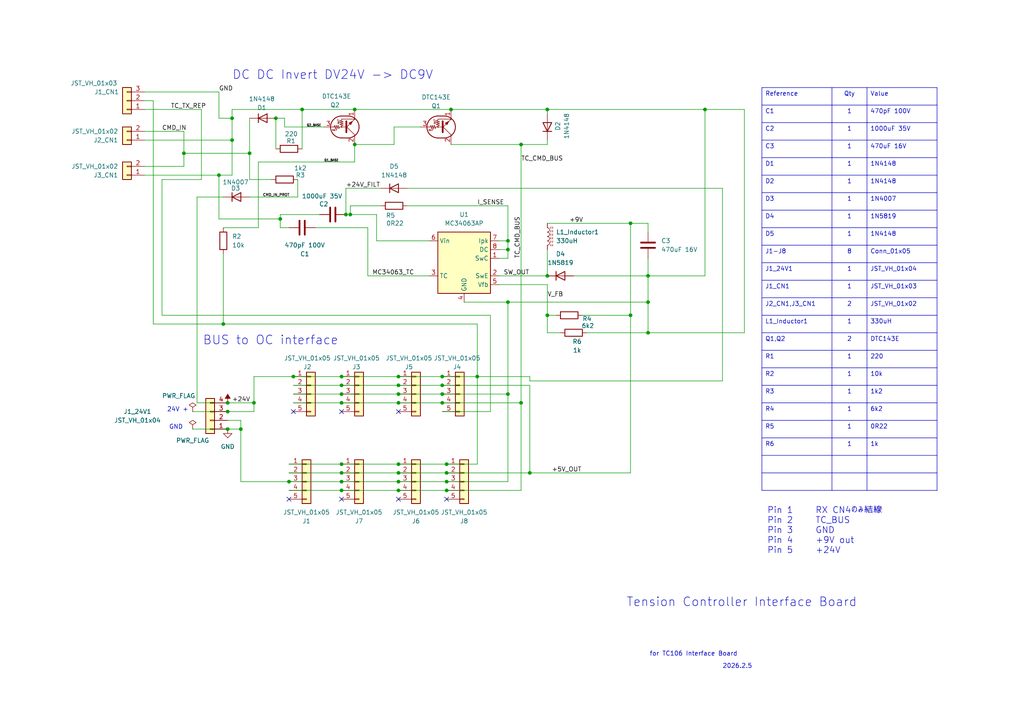
<source format=kicad_sch>
(kicad_sch (version 20250114) (generator "eeschema") (generator_version "9.0")
  (paper "A4")
  (lib_symbols
    (symbol "Connector_Generic:Conn_01x02" (pin_names (offset 1.016) (hide yes))
      (property "Reference" "J" (at 0 2.54 0))
      (property "Value" "Conn_01x02" (at 0 -5.08 0))
      (symbol "Conn_01x02_1_1"
        (rectangle (start -1.27 1.27) (end 1.27 -3.81) (stroke (width 0.254)) (fill (type background)))
        (rectangle (start -1.27 0.127) (end 0 -0.127) (stroke (width 0.1524)))
        (rectangle (start -1.27 -2.413) (end 0 -2.667) (stroke (width 0.1524)))
        (pin passive line (at -5.08 0 0) (length 3.81) (name "Pin_1") (number "1"))
        (pin passive line (at -5.08 -2.54 0) (length 3.81) (name "Pin_2") (number "2"))
      )
    )
    (symbol "Connector_Generic:Conn_01x03" (pin_names (offset 1.016) (hide yes))
      (property "Reference" "J" (at 0 5.08 0))
      (property "Value" "Conn_01x03" (at 0 -5.08 0))
      (symbol "Conn_01x03_1_1"
        (rectangle (start -1.27 3.81) (end 1.27 -3.81) (stroke (width 0.254)) (fill (type background)))
        (rectangle (start -1.27 2.667) (end 0 2.413) (stroke (width 0.1524)))
        (rectangle (start -1.27 0.127) (end 0 -0.127) (stroke (width 0.1524)))
        (rectangle (start -1.27 -2.413) (end 0 -2.667) (stroke (width 0.1524)))
        (pin passive line (at -5.08 2.54 0) (length 3.81) (name "Pin_1") (number "1"))
        (pin passive line (at -5.08 0 0) (length 3.81) (name "Pin_2") (number "2"))
        (pin passive line (at -5.08 -2.54 0) (length 3.81) (name "Pin_3") (number "3"))
      )
    )
    (symbol "Connector_Generic:Conn_01x04" (pin_names (offset 1.016) (hide yes))
      (property "Reference" "J" (at 0 5.08 0))
      (property "Value" "Conn_01x04" (at 0 -7.62 0))
      (symbol "Conn_01x04_1_1"
        (rectangle (start -1.27 3.81) (end 1.27 -6.35) (stroke (width 0.254)) (fill (type background)))
        (rectangle (start -1.27 2.667) (end 0 2.413) (stroke (width 0.1524)))
        (rectangle (start -1.27 0.127) (end 0 -0.127) (stroke (width 0.1524)))
        (rectangle (start -1.27 -2.413) (end 0 -2.667) (stroke (width 0.1524)))
        (rectangle (start -1.27 -4.953) (end 0 -5.207) (stroke (width 0.1524)))
        (pin passive line (at -5.08 2.54 0) (length 3.81) (name "Pin_1") (number "1"))
        (pin passive line (at -5.08 0 0) (length 3.81) (name "Pin_2") (number "2"))
        (pin passive line (at -5.08 -2.54 0) (length 3.81) (name "Pin_3") (number "3"))
        (pin passive line (at -5.08 -5.08 0) (length 3.81) (name "Pin_4") (number "4"))
      )
    )
    (symbol "Connector_Generic:Conn_01x05" (pin_names (offset 1.016) (hide yes))
      (property "Reference" "J" (at 0 7.62 0))
      (property "Value" "Conn_01x05" (at 0 -7.62 0))
      (symbol "Conn_01x05_1_1"
        (rectangle (start -1.27 6.35) (end 1.27 -6.35) (stroke (width 0.254)) (fill (type background)))
        (rectangle (start -1.27 5.207) (end 0 4.953) (stroke (width 0.1524)))
        (rectangle (start -1.27 2.667) (end 0 2.413) (stroke (width 0.1524)))
        (rectangle (start -1.27 0.127) (end 0 -0.127) (stroke (width 0.1524)))
        (rectangle (start -1.27 -2.413) (end 0 -2.667) (stroke (width 0.1524)))
        (rectangle (start -1.27 -4.953) (end 0 -5.207) (stroke (width 0.1524)))
        (pin passive line (at -5.08 5.08 0) (length 3.81) (name "Pin_1") (number "1"))
        (pin passive line (at -5.08 2.54 0) (length 3.81) (name "Pin_2") (number "2"))
        (pin passive line (at -5.08 0 0) (length 3.81) (name "Pin_3") (number "3"))
        (pin passive line (at -5.08 -2.54 0) (length 3.81) (name "Pin_4") (number "4"))
        (pin passive line (at -5.08 -5.08 0) (length 3.81) (name "Pin_5") (number "5"))
      )
    )
    (symbol "DTC143E_1" (pin_names (offset 0) (hide yes))
      (property "Reference" "Q1" (at -1.778 -6.35 0))
      (property "Value" "DTC143E" (at 1.524 -8.89 0))
      (symbol "DTC143E_1_0_0"
        (text "4k7" (at -3.302 0.889 0) (effects (font (size 0.508 0.508))))
        (text "4k7" (at -2.159 -1.524 900) (effects (font (size 0.508 0.508))))
      )
      (symbol "DTC143E_1_0_1"
        (polyline (pts (xy -3.429 0) (xy -3.81 0)))
        (polyline (pts (xy -1.27 3.175) (xy 0.635 3.175)) (stroke (width 0.254)))
        (circle (center -1.27 0) (radius 0.127))
        (polyline (pts (xy -1.27 0) (xy -1.27 -0.381) (xy -0.762 -0.508) (xy -1.778 -0.762) (xy -0.762 -1.016) (xy -1.778 -1.27) (xy -0.762 -1.524) (xy -1.778 -1.778) (xy -1.27 -1.905) (xy -1.27 -2.286) (xy 2.54 -2.286)))
        (polyline (pts (xy -1.27 -3.175) (xy 0.635 -3.175)) (stroke (width 0.254)))
        (arc (start -1.27 -3.175) (mid -4.4312 0) (end -1.27 3.175) (stroke (width 0.254)))
        (polyline (pts (xy 0 0) (xy -1.905 0) (xy -2.032 0.508) (xy -2.286 -0.508) (xy -2.54 0.508) (xy -2.794 -0.508) (xy -3.048 0.508) (xy -3.302 -0.508) (xy -3.429 0)))
        (polyline (pts (xy 0 -0.254) (xy 2.54 2.286)))
        (polyline (pts (xy 0.127 1.524) (xy 0.127 -1.651)) (stroke (width 0.508)) (fill (type outline)))
        (arc (start 0.635 3.175) (mid 3.7962 0) (end 0.635 -3.175) (stroke (width 0.254)))
        (polyline (pts (xy 0.889 -1.143) (xy 1.397 -0.635) (xy 1.905 -1.651) (xy 0.889 -1.143)) (fill (type outline)))
        (polyline (pts (xy 2.54 2.286) (xy 2.54 2.54)))
        (polyline (pts (xy 2.54 -2.286) (xy 0 0.254) (xy 0 0.254)))
        (circle (center 2.54 -2.286) (radius 0.127))
      )
      (symbol "DTC143E_1_1_1"
        (pin input line (at -6.35 0 0) (length 2.54) (name "B") (number "3"))
        (pin passive line (at 2.54 5.08 270) (length 2.54) (name "C") (number "2"))
        (pin passive line (at 2.54 -5.08 90) (length 2.54) (name "E") (number "1"))
      )
    )
    (symbol "Device:C" (pin_numbers (hide yes)) (pin_names (offset 0.254))
      (property "Reference" "C" (at 0.635 2.54 0))
      (property "Value" "C" (at 0.635 -2.54 0))
      (symbol "C_0_1"
        (polyline (pts (xy -2.032 0.762) (xy 2.032 0.762)) (stroke (width 0.508)))
        (polyline (pts (xy -2.032 -0.762) (xy 2.032 -0.762)) (stroke (width 0.508)))
      )
      (symbol "C_1_1"
        (pin passive line (at 0 3.81 270) (length 2.794) (name "~") (number "1"))
        (pin passive line (at 0 -3.81 90) (length 2.794) (name "~") (number "2"))
      )
    )
    (symbol "Device:D" (pin_numbers (hide yes)) (pin_names (offset 1.016) (hide yes))
      (property "Reference" "D" (at 0 2.54 0))
      (property "Value" "D" (at 0 -2.54 0))
      (symbol "D_0_1"
        (polyline (pts (xy -1.27 1.27) (xy -1.27 -1.27)) (stroke (width 0.254)))
        (polyline (pts (xy 1.27 1.27) (xy 1.27 -1.27) (xy -1.27 0) (xy 1.27 1.27)) (stroke (width 0.254)))
        (polyline (pts (xy 1.27 0) (xy -1.27 0)))
      )
      (symbol "D_1_1"
        (pin passive line (at -3.81 0 0) (length 2.54) (name "K") (number "1"))
        (pin passive line (at 3.81 0 180) (length 2.54) (name "A") (number "2"))
      )
    )
    (symbol "Device:L_Ferrite" (pin_numbers (hide yes)) (pin_names (offset 1.016) (hide yes))
      (property "Reference" "L" (at -1.27 0 90))
      (property "Value" "L_Ferrite" (at 2.794 0 90))
      (symbol "L_Ferrite_0_1"
        (arc (start 0 2.54) (mid 0.6323 1.905) (end 0 1.27))
        (arc (start 0 1.27) (mid 0.6323 0.635) (end 0 0))
        (arc (start 0 0) (mid 0.6323 -0.635) (end 0 -1.27))
        (arc (start 0 -1.27) (mid 0.6323 -1.905) (end 0 -2.54))
        (polyline (pts (xy 1.016 2.286) (xy 1.016 2.794)))
        (polyline (pts (xy 1.016 1.27) (xy 1.016 1.778)))
        (polyline (pts (xy 1.016 0.254) (xy 1.016 0.762)))
        (polyline (pts (xy 1.016 -0.762) (xy 1.016 -0.254)))
        (polyline (pts (xy 1.016 -1.778) (xy 1.016 -1.27)))
        (polyline (pts (xy 1.016 -2.794) (xy 1.016 -2.286)))
        (polyline (pts (xy 1.524 2.794) (xy 1.524 2.286)))
        (polyline (pts (xy 1.524 1.778) (xy 1.524 1.27)))
        (polyline (pts (xy 1.524 0.762) (xy 1.524 0.254)))
        (polyline (pts (xy 1.524 -0.254) (xy 1.524 -0.762)))
        (polyline (pts (xy 1.524 -1.27) (xy 1.524 -1.778)))
        (polyline (pts (xy 1.524 -2.286) (xy 1.524 -2.794)))
      )
      (symbol "L_Ferrite_1_1"
        (pin passive line (at 0 3.81 270) (length 1.27) (name "1") (number "1"))
        (pin passive line (at 0 -3.81 90) (length 1.27) (name "2") (number "2"))
      )
    )
    (symbol "Device:R" (pin_numbers (hide yes)) (pin_names (offset 0))
      (property "Reference" "R" (at 2.032 0 90))
      (property "Value" "R" (at 0 0 90))
      (symbol "R_0_1"
        (rectangle (start -1.016 -2.54) (end 1.016 2.54) (stroke (width 0.254)))
      )
      (symbol "R_1_1"
        (pin passive line (at 0 3.81 270) (length 1.27) (name "~") (number "1"))
        (pin passive line (at 0 -3.81 90) (length 1.27) (name "~") (number "2"))
      )
    )
    (symbol "Regulator_Switching:MC34063AP"
      (property "Reference" "U" (at -7.62 8.89 0))
      (property "Value" "MC34063AP" (at 0 8.89 0))
      (symbol "MC34063AP_0_1"
        (rectangle (start -7.62 7.62) (end 7.62 -10.16) (stroke (width 0.254)) (fill (type background)))
      )
      (symbol "MC34063AP_1_1"
        (pin power_in line (at -10.16 5.08 0) (length 2.54) (name "Vin") (number "6"))
        (pin passive line (at -10.16 -5.08 0) (length 2.54) (name "TC") (number "3"))
        (pin power_in line (at 0 -12.7 90) (length 2.54) (name "GND") (number "4"))
        (pin input line (at 10.16 5.08 180) (length 2.54) (name "Ipk") (number "7"))
        (pin open_collector line (at 10.16 2.54 180) (length 2.54) (name "DC") (number "8"))
        (pin open_collector line (at 10.16 0 180) (length 2.54) (name "SwC") (number "1"))
        (pin open_emitter line (at 10.16 -5.08 180) (length 2.54) (name "SwE") (number "2"))
        (pin input line (at 10.16 -7.62 180) (length 2.54) (name "Vfb") (number "5"))
      )
    )
    (symbol "Transistor_BJT:DTC143E" (pin_names (offset 0) (hide yes))
      (property "Reference" "Q2" (at -1.778 -6.096 0))
      (property "Value" "DTC143E" (at -1.778 -8.636 0))
      (symbol "DTC143E_0_0"
        (text "4k7" (at -3.302 0.889 0) (effects (font (size 0.508 0.508))))
        (text "4k7" (at -2.159 -1.524 900) (effects (font (size 0.508 0.508))))
      )
      (symbol "DTC143E_0_1"
        (polyline (pts (xy -3.429 0) (xy -3.81 0)))
        (polyline (pts (xy -1.27 3.175) (xy 0.635 3.175)) (stroke (width 0.254)))
        (circle (center -1.27 0) (radius 0.127))
        (polyline (pts (xy -1.27 0) (xy -1.27 -0.381) (xy -0.762 -0.508) (xy -1.778 -0.762) (xy -0.762 -1.016) (xy -1.778 -1.27) (xy -0.762 -1.524) (xy -1.778 -1.778) (xy -1.27 -1.905) (xy -1.27 -2.286) (xy 2.54 -2.286)))
        (polyline (pts (xy -1.27 -3.175) (xy 0.635 -3.175)) (stroke (width 0.254)))
        (arc (start -1.27 -3.175) (mid -4.4312 0) (end -1.27 3.175) (stroke (width 0.254)))
        (polyline (pts (xy 0 0) (xy -1.905 0) (xy -2.032 0.508) (xy -2.286 -0.508) (xy -2.54 0.508) (xy -2.794 -0.508) (xy -3.048 0.508) (xy -3.302 -0.508) (xy -3.429 0)))
        (polyline (pts (xy 0 -0.254) (xy 2.54 2.286)))
        (polyline (pts (xy 0.127 1.524) (xy 0.127 -1.651)) (stroke (width 0.508)) (fill (type outline)))
        (arc (start 0.635 3.175) (mid 3.7962 0) (end 0.635 -3.175) (stroke (width 0.254)))
        (polyline (pts (xy 0.889 -1.143) (xy 1.397 -0.635) (xy 1.905 -1.651) (xy 0.889 -1.143)) (fill (type outline)))
        (polyline (pts (xy 2.54 2.286) (xy 2.54 2.54)))
        (polyline (pts (xy 2.54 -2.286) (xy 0 0.254) (xy 0 0.254)))
        (circle (center 2.54 -2.286) (radius 0.127))
      )
      (symbol "DTC143E_1_1"
        (pin input line (at -6.35 0 0) (length 2.54) (name "B") (number "3"))
        (pin passive line (at 2.54 5.08 270) (length 2.54) (name "C") (number "2"))
        (pin passive line (at 2.54 -5.08 90) (length 2.54) (name "E") (number "1"))
      )
    )
    (symbol "power:-24V" (power) (pin_numbers (hide yes)) (pin_names (offset 0) (hide yes))
      (property "Value" "-24V" (at 0 3.556 0))
      (symbol "-24V_0_0"
        (pin power_in line (at 0 0 90) (length 0) (name "~") (number "1"))
      )
      (symbol "-24V_0_1"
        (polyline (pts (xy 0 0) (xy 0 1.27) (xy 0.762 1.27) (xy 0 2.54) (xy -0.762 1.27) (xy 0 1.27)) (fill (type outline)))
      )
    )
    (symbol "power:GND" (power) (pin_numbers (hide yes)) (pin_names (offset 0) (hide yes))
      (property "Value" "GND" (at 0 -3.81 0))
      (symbol "GND_0_1"
        (polyline (pts (xy 0 0) (xy 0 -1.27) (xy 1.27 -1.27) (xy 0 -2.54) (xy -1.27 -1.27) (xy 0 -1.27)))
      )
      (symbol "GND_1_1"
        (pin power_in line (at 0 0 270) (length 0) (name "~") (number "1"))
      )
    )
    (symbol "power:PWR_FLAG" (power) (pin_numbers (hide yes)) (pin_names (offset 0) (hide yes))
      (property "Value" "PWR_FLAG" (at 0 3.81 0))
      (symbol "PWR_FLAG_0_0"
        (pin power_out line (at 0 0 90) (length 0) (name "~") (number "1"))
      )
      (symbol "PWR_FLAG_0_1"
        (polyline (pts (xy 0 0) (xy 0 1.27) (xy -1.016 1.905) (xy 0 2.54) (xy 1.016 1.905) (xy 0 1.27)))
      )
    )
  )
  (text "Pin 1	RX CN4のみ結線\nPin 2	TC_BUS\nPin 3	GND\nPin 4	+9V out	\nPin 5	+24V" (at 222.504 153.924 0) (effects (font (size 1.8 1.8)) (justify left)))
  (text "24V +" (at 51.562 118.872 0) (effects (font (size 1.27 1.27))))
  (text "GND" (at 51.054 123.952 0) (effects (font (size 1.27 1.27))))
  (text "Tension Controller Interface Board" (at 215.138 174.752 0) (effects (font (size 2.54 2.54))))
  (text "for TC106 Interface Board" (at 201.168 189.738 0) (effects (font (size 1.27 1.27))))
  (text "BUS to OC interface" (at 78.486 98.806 0) (effects (font (size 2.54 2.54))))
  (text "DC DC Invert DV24V -> DC9V" (at 96.52 21.844 0) (effects (font (size 2.54 2.54))))
  (text "2026.2.5" (at 213.868 193.294 0) (effects (font (size 1.27 1.27))))
  (junction (at 128.27 114.3))
  (junction (at 99.06 116.84))
  (junction (at 81.28 63.5))
  (junction (at 130.81 31.75))
  (junction (at 115.57 111.76))
  (junction (at 158.75 91.44))
  (junction (at 129.54 137.16))
  (junction (at 115.57 139.7))
  (junction (at 147.32 87.63))
  (junction (at 147.32 72.39))
  (junction (at 85.09 109.22))
  (junction (at 147.32 114.3))
  (junction (at 128.27 116.84))
  (junction (at 151.13 41.91))
  (junction (at 53.34 44.45))
  (junction (at 80.01 34.29))
  (junction (at 182.88 91.44))
  (junction (at 187.96 87.63))
  (junction (at 101.6 62.23))
  (junction (at 99.06 111.76))
  (junction (at 158.75 80.01))
  (junction (at 153.67 137.16))
  (junction (at 115.57 142.24))
  (junction (at 67.31 34.29))
  (junction (at 158.75 31.75))
  (junction (at 69.85 124.46))
  (junction (at 115.57 114.3))
  (junction (at 115.57 109.22))
  (junction (at 138.43 109.22))
  (junction (at 115.57 137.16))
  (junction (at 102.87 41.91))
  (junction (at 129.54 139.7))
  (junction (at 102.87 31.75))
  (junction (at 187.96 80.01))
  (junction (at 187.96 96.52))
  (junction (at 147.32 69.85))
  (junction (at 72.39 44.45))
  (junction (at 99.06 109.22))
  (junction (at 64.77 93.98))
  (junction (at 66.04 119.38))
  (junction (at 67.31 40.64))
  (junction (at 128.27 109.22))
  (junction (at 63.5 50.8))
  (junction (at 66.04 116.84))
  (junction (at 99.06 142.24))
  (junction (at 87.63 31.75))
  (junction (at 129.54 142.24))
  (junction (at 99.06 134.62))
  (junction (at 100.33 62.23))
  (junction (at 182.88 64.77))
  (junction (at 99.06 137.16))
  (junction (at 66.04 124.46))
  (junction (at 99.06 139.7))
  (junction (at 128.27 111.76))
  (junction (at 129.54 134.62))
  (junction (at 151.13 116.84))
  (junction (at 115.57 134.62))
  (junction (at 83.82 139.7))
  (junction (at 204.47 31.75))
  (junction (at 115.57 116.84))
  (junction (at 99.06 114.3))
  (junction (at 73.66 116.84))
  (no_connect (at 83.82 144.78))
  (no_connect (at 129.54 144.78))
  (no_connect (at 115.57 119.38))
  (no_connect (at 85.09 119.38))
  (no_connect (at 99.06 144.78))
  (no_connect (at 99.06 119.38))
  (no_connect (at 115.57 144.78))
  (wire (pts (xy 109.22 69.85) (xy 109.22 62.23)))
  (wire (pts (xy 57.15 57.15) (xy 64.77 57.15)))
  (wire (pts (xy 99.06 142.24) (xy 115.57 142.24)))
  (wire (pts (xy 66.04 116.84) (xy 57.15 116.84)))
  (wire (pts (xy 153.67 110.49) (xy 209.55 110.49)))
  (wire (pts (xy 101.6 59.69) (xy 101.6 62.23)))
  (wire (pts (xy 129.54 137.16) (xy 153.67 137.16)))
  (wire (pts (xy 69.85 121.92) (xy 69.85 124.46)))
  (wire (pts (xy 101.6 62.23) (xy 100.33 62.23)))
  (wire (pts (xy 72.39 44.45) (xy 72.39 52.07)))
  (wire (pts (xy 67.31 34.29) (xy 67.31 40.64)))
  (wire (pts (xy 158.75 31.75) (xy 158.75 33.02)))
  (wire (pts (xy 87.63 31.75) (xy 102.87 31.75)))
  (wire (pts (xy 170.18 96.52) (xy 187.96 96.52)))
  (wire (pts (xy 144.78 72.39) (xy 147.32 72.39)))
  (wire (pts (xy 110.49 54.61) (xy 100.33 54.61)))
  (wire (pts (xy 99.06 134.62) (xy 115.57 134.62)))
  (wire (pts (xy 41.91 50.8) (xy 63.5 50.8)))
  (wire (pts (xy 73.66 116.84) (xy 73.66 109.22)))
  (wire (pts (xy 80.01 34.29) (xy 80.01 43.18)))
  (wire (pts (xy 55.88 119.38) (xy 66.04 119.38)))
  (wire (pts (xy 158.75 41.91) (xy 158.75 40.64)))
  (wire (pts (xy 158.75 64.77) (xy 182.88 64.77)))
  (wire (pts (xy 66.04 121.92) (xy 69.85 121.92)))
  (wire (pts (xy 138.43 109.22) (xy 138.43 134.62)))
  (wire (pts (xy 128.27 116.84) (xy 151.13 116.84)))
  (wire (pts (xy 115.57 111.76) (xy 128.27 111.76)))
  (wire (pts (xy 99.06 116.84) (xy 115.57 116.84)))
  (wire (pts (xy 67.31 31.75) (xy 87.63 31.75)))
  (wire (pts (xy 129.54 142.24) (xy 151.13 142.24)))
  (wire (pts (xy 142.24 91.44) (xy 46.99 91.44)))
  (wire (pts (xy 134.62 87.63) (xy 147.32 87.63)))
  (wire (pts (xy 187.96 80.01) (xy 187.96 87.63)))
  (wire (pts (xy 151.13 116.84) (xy 151.13 41.91)))
  (wire (pts (xy 144.78 82.55) (xy 158.75 82.55)))
  (wire (pts (xy 144.78 80.01) (xy 158.75 80.01)))
  (wire (pts (xy 124.46 69.85) (xy 109.22 69.85)))
  (wire (pts (xy 41.91 40.64) (xy 67.31 40.64)))
  (wire (pts (xy 182.88 64.77) (xy 182.88 91.44)))
  (wire (pts (xy 144.78 74.93) (xy 147.32 74.93)))
  (wire (pts (xy 114.3 36.83) (xy 121.92 36.83)))
  (wire (pts (xy 64.77 93.98) (xy 138.43 93.98)))
  (wire (pts (xy 102.87 46.99) (xy 74.93 46.99)))
  (wire (pts (xy 118.11 59.69) (xy 147.32 59.69)))
  (wire (pts (xy 86.36 57.15) (xy 72.39 57.15)))
  (wire (pts (xy 102.87 41.91) (xy 102.87 46.99)))
  (wire (pts (xy 115.57 137.16) (xy 129.54 137.16)))
  (wire (pts (xy 147.32 59.69) (xy 147.32 69.85)))
  (wire (pts (xy 41.91 48.26) (xy 53.34 48.26)))
  (wire (pts (xy 63.5 63.5) (xy 63.5 50.8)))
  (wire (pts (xy 187.96 87.63) (xy 147.32 87.63)))
  (wire (pts (xy 124.46 80.01) (xy 106.68 80.01)))
  (wire (pts (xy 80.01 34.29) (xy 82.55 34.29)))
  (wire (pts (xy 109.22 62.23) (xy 101.6 62.23)))
  (wire (pts (xy 147.32 69.85) (xy 147.32 72.39)))
  (wire (pts (xy 85.09 111.76) (xy 99.06 111.76)))
  (wire (pts (xy 99.06 109.22) (xy 115.57 109.22)))
  (wire (pts (xy 151.13 41.91) (xy 158.75 41.91)))
  (wire (pts (xy 57.15 116.84) (xy 57.15 57.15)))
  (wire (pts (xy 130.81 41.91) (xy 151.13 41.91)))
  (wire (pts (xy 83.82 66.04) (xy 81.28 66.04)))
  (wire (pts (xy 63.5 34.29) (xy 63.5 26.67)))
  (wire (pts (xy 58.42 31.75) (xy 58.42 52.07)))
  (wire (pts (xy 187.96 80.01) (xy 204.47 80.01)))
  (wire (pts (xy 82.55 34.29) (xy 82.55 36.83)))
  (wire (pts (xy 41.91 38.1) (xy 53.34 38.1)))
  (wire (pts (xy 99.06 137.16) (xy 115.57 137.16)))
  (wire (pts (xy 115.57 134.62) (xy 129.54 134.62)))
  (wire (pts (xy 99.06 111.76) (xy 115.57 111.76)))
  (wire (pts (xy 158.75 91.44) (xy 161.29 91.44)))
  (wire (pts (xy 182.88 64.77) (xy 187.96 64.77)))
  (wire (pts (xy 110.49 59.69) (xy 101.6 59.69)))
  (wire (pts (xy 102.87 31.75) (xy 130.81 31.75)))
  (wire (pts (xy 115.57 114.3) (xy 128.27 114.3)))
  (wire (pts (xy 100.33 54.61) (xy 100.33 62.23)))
  (wire (pts (xy 106.68 80.01) (xy 106.68 66.04)))
  (wire (pts (xy 138.43 93.98) (xy 138.43 109.22)))
  (wire (pts (xy 44.45 29.21) (xy 41.91 29.21)))
  (wire (pts (xy 115.57 139.7) (xy 129.54 139.7)))
  (wire (pts (xy 63.5 34.29) (xy 67.31 34.29)))
  (wire (pts (xy 73.66 109.22) (xy 85.09 109.22)))
  (wire (pts (xy 147.32 72.39) (xy 147.32 74.93)))
  (wire (pts (xy 168.91 91.44) (xy 182.88 91.44)))
  (wire (pts (xy 72.39 34.29) (xy 72.39 44.45)))
  (wire (pts (xy 63.5 50.8) (xy 67.31 50.8)))
  (wire (pts (xy 118.11 54.61) (xy 209.55 54.61)))
  (wire (pts (xy 153.67 111.76) (xy 153.67 137.16)))
  (wire (pts (xy 153.67 109.22) (xy 138.43 109.22)))
  (wire (pts (xy 55.88 124.46) (xy 66.04 124.46)))
  (wire (pts (xy 83.82 139.7) (xy 99.06 139.7)))
  (wire (pts (xy 69.85 139.7) (xy 83.82 139.7)))
  (wire (pts (xy 66.04 116.84) (xy 73.66 116.84)))
  (wire (pts (xy 153.67 137.16) (xy 182.88 137.16)))
  (wire (pts (xy 215.9 96.52) (xy 215.9 31.75)))
  (wire (pts (xy 66.04 124.46) (xy 69.85 124.46)))
  (wire (pts (xy 81.28 62.23) (xy 81.28 63.5)))
  (wire (pts (xy 128.27 119.38) (xy 142.24 119.38)))
  (wire (pts (xy 182.88 137.16) (xy 182.88 91.44)))
  (wire (pts (xy 147.32 87.63) (xy 147.32 114.3)))
  (wire (pts (xy 158.75 82.55) (xy 158.75 91.44)))
  (wire (pts (xy 166.37 80.01) (xy 187.96 80.01)))
  (wire (pts (xy 66.04 119.38) (xy 73.66 119.38)))
  (wire (pts (xy 158.75 96.52) (xy 158.75 91.44)))
  (wire (pts (xy 86.36 52.07) (xy 86.36 57.15)))
  (wire (pts (xy 81.28 66.04) (xy 81.28 63.5)))
  (wire (pts (xy 209.55 110.49) (xy 209.55 54.61)))
  (wire (pts (xy 83.82 137.16) (xy 99.06 137.16)))
  (wire (pts (xy 130.81 31.75) (xy 158.75 31.75)))
  (wire (pts (xy 44.45 29.21) (xy 44.45 93.98)))
  (wire (pts (xy 187.96 96.52) (xy 215.9 96.52)))
  (wire (pts (xy 115.57 109.22) (xy 128.27 109.22)))
  (wire (pts (xy 129.54 134.62) (xy 138.43 134.62)))
  (wire (pts (xy 106.68 66.04) (xy 91.44 66.04)))
  (wire (pts (xy 64.77 66.04) (xy 74.93 66.04)))
  (wire (pts (xy 128.27 109.22) (xy 138.43 109.22)))
  (wire (pts (xy 69.85 124.46) (xy 69.85 139.7)))
  (wire (pts (xy 74.93 66.04) (xy 74.93 46.99)))
  (wire (pts (xy 215.9 31.75) (xy 204.47 31.75)))
  (wire (pts (xy 82.55 36.83) (xy 93.98 36.83)))
  (wire (pts (xy 128.27 114.3) (xy 147.32 114.3)))
  (wire (pts (xy 158.75 72.39) (xy 158.75 80.01)))
  (wire (pts (xy 73.66 119.38) (xy 73.66 116.84)))
  (wire (pts (xy 44.45 93.98) (xy 64.77 93.98)))
  (wire (pts (xy 83.82 142.24) (xy 99.06 142.24)))
  (wire (pts (xy 46.99 52.07) (xy 58.42 52.07)))
  (wire (pts (xy 204.47 31.75) (xy 204.47 80.01)))
  (wire (pts (xy 53.34 38.1) (xy 53.34 44.45)))
  (wire (pts (xy 53.34 44.45) (xy 53.34 48.26)))
  (wire (pts (xy 115.57 142.24) (xy 129.54 142.24)))
  (wire (pts (xy 85.09 109.22) (xy 99.06 109.22)))
  (wire (pts (xy 72.39 52.07) (xy 78.74 52.07)))
  (wire (pts (xy 115.57 116.84) (xy 128.27 116.84)))
  (wire (pts (xy 85.09 114.3) (xy 99.06 114.3)))
  (wire (pts (xy 99.06 139.7) (xy 115.57 139.7)))
  (wire (pts (xy 83.82 134.62) (xy 99.06 134.62)))
  (wire (pts (xy 144.78 69.85) (xy 147.32 69.85)))
  (wire (pts (xy 142.24 119.38) (xy 142.24 91.44)))
  (wire (pts (xy 128.27 111.76) (xy 153.67 111.76)))
  (wire (pts (xy 204.47 31.75) (xy 158.75 31.75)))
  (wire (pts (xy 64.77 73.66) (xy 64.77 93.98)))
  (wire (pts (xy 153.67 110.49) (xy 153.67 109.22)))
  (wire (pts (xy 85.09 116.84) (xy 99.06 116.84)))
  (wire (pts (xy 41.91 31.75) (xy 58.42 31.75)))
  (wire (pts (xy 129.54 139.7) (xy 147.32 139.7)))
  (wire (pts (xy 162.56 96.52) (xy 158.75 96.52)))
  (wire (pts (xy 63.5 26.67) (xy 41.91 26.67)))
  (wire (pts (xy 72.39 44.45) (xy 53.34 44.45)))
  (wire (pts (xy 187.96 87.63) (xy 187.96 96.52)))
  (wire (pts (xy 102.87 41.91) (xy 114.3 41.91)))
  (wire (pts (xy 67.31 31.75) (xy 67.31 34.29)))
  (wire (pts (xy 67.31 50.8) (xy 67.31 40.64)))
  (wire (pts (xy 147.32 114.3) (xy 147.32 139.7)))
  (wire (pts (xy 92.71 62.23) (xy 81.28 62.23)))
  (wire (pts (xy 87.63 31.75) (xy 87.63 43.18)))
  (wire (pts (xy 99.06 114.3) (xy 115.57 114.3)))
  (wire (pts (xy 151.13 142.24) (xy 151.13 116.84)))
  (wire (pts (xy 187.96 74.93) (xy 187.96 80.01)))
  (wire (pts (xy 81.28 63.5) (xy 63.5 63.5)))
  (wire (pts (xy 187.96 64.77) (xy 187.96 67.31)))
  (wire (pts (xy 46.99 91.44) (xy 46.99 52.07)))
  (wire (pts (xy 114.3 41.91) (xy 114.3 36.83)))
  (table (column_count 3) (border (external yes) (header yes)) (separators (rows yes) (cols yes)) (column_widths 20.32 10.16 20.32) (row_heights 5.08 5.08 5.08 5.08 5.08 5.08 5.08 5.08 5.08 5.08 5.08 5.08 5.08 5.08 5.08 5.08 5.08 5.08 5.08 5.08 5.08 5.08 5.08) (cells (table_cell "Reference" (at 220.98 25.4 0) (size 20.32 5.08) (margins 0.9525 0.9525 0.9525 0.9525) (span 1 1)) (table_cell "Qty" (at 241.3 25.4 0) (size 10.16 5.08) (margins 0.9525 0.9525 0.9525 0.9525) (span 1 1)) (table_cell "Value" (at 251.46 25.4 0) (size 20.32 5.08) (margins 0.9525 0.9525 0.9525 0.9525) (span 1 1)) (table_cell "C1" (at 220.98 30.48 0) (size 20.32 5.08) (margins 0.9525 0.9525 0.9525 0.9525) (span 1 1)) (table_cell "1" (at 241.3 30.48 0) (size 10.16 5.08) (margins 0.9525 0.9525 0.9525 0.9525) (span 1 1)) (table_cell "470pF 100V" (at 251.46 30.48 0) (size 20.32 5.08) (margins 0.9525 0.9525 0.9525 0.9525) (span 1 1)) (table_cell "C2" (at 220.98 35.56 0) (size 20.32 5.08) (margins 0.9525 0.9525 0.9525 0.9525) (span 1 1)) (table_cell "1" (at 241.3 35.56 0) (size 10.16 5.08) (margins 0.9525 0.9525 0.9525 0.9525) (span 1 1)) (table_cell "1000uF 35V" (at 251.46 35.56 0) (size 20.32 5.08) (margins 0.9525 0.9525 0.9525 0.9525) (span 1 1)) (table_cell "C3" (at 220.98 40.64 0) (size 20.32 5.08) (margins 0.9525 0.9525 0.9525 0.9525) (span 1 1)) (table_cell "1" (at 241.3 40.64 0) (size 10.16 5.08) (margins 0.9525 0.9525 0.9525 0.9525) (span 1 1)) (table_cell "470uF 16V" (at 251.46 40.64 0) (size 20.32 5.08) (margins 0.9525 0.9525 0.9525 0.9525) (span 1 1)) (table_cell "D1" (at 220.98 45.72 0) (size 20.32 5.08) (margins 0.9525 0.9525 0.9525 0.9525) (span 1 1)) (table_cell "1" (at 241.3 45.72 0) (size 10.16 5.08) (margins 0.9525 0.9525 0.9525 0.9525) (span 1 1)) (table_cell "1N4148" (at 251.46 45.72 0) (size 20.32 5.08) (margins 0.9525 0.9525 0.9525 0.9525) (span 1 1)) (table_cell "D2" (at 220.98 50.8 0) (size 20.32 5.08) (margins 0.9525 0.9525 0.9525 0.9525) (span 1 1)) (table_cell "1" (at 241.3 50.8 0) (size 10.16 5.08) (margins 0.9525 0.9525 0.9525 0.9525) (span 1 1)) (table_cell "1N4148" (at 251.46 50.8 0) (size 20.32 5.08) (margins 0.9525 0.9525 0.9525 0.9525) (span 1 1)) (table_cell "D3" (at 220.98 55.88 0) (size 20.32 5.08) (margins 0.9525 0.9525 0.9525 0.9525) (span 1 1)) (table_cell "1" (at 241.3 55.88 0) (size 10.16 5.08) (margins 0.9525 0.9525 0.9525 0.9525) (span 1 1)) (table_cell "1N4007" (at 251.46 55.88 0) (size 20.32 5.08) (margins 0.9525 0.9525 0.9525 0.9525) (span 1 1)) (table_cell "D4" (at 220.98 60.96 0) (size 20.32 5.08) (margins 0.9525 0.9525 0.9525 0.9525) (span 1 1)) (table_cell "1" (at 241.3 60.96 0) (size 10.16 5.08) (margins 0.9525 0.9525 0.9525 0.9525) (span 1 1)) (table_cell "1N5819" (at 251.46 60.96 0) (size 20.32 5.08) (margins 0.9525 0.9525 0.9525 0.9525) (span 1 1)) (table_cell "D5" (at 220.98 66.04 0) (size 20.32 5.08) (margins 0.9525 0.9525 0.9525 0.9525) (span 1 1)) (table_cell "1" (at 241.3 66.04 0) (size 10.16 5.08) (margins 0.9525 0.9525 0.9525 0.9525) (span 1 1)) (table_cell "1N4148" (at 251.46 66.04 0) (size 20.32 5.08) (margins 0.9525 0.9525 0.9525 0.9525) (span 1 1)) (table_cell "J1-J8" (at 220.98 71.12 0) (size 20.32 5.08) (margins 0.9525 0.9525 0.9525 0.9525) (span 1 1)) (table_cell "8" (at 241.3 71.12 0) (size 10.16 5.08) (margins 0.9525 0.9525 0.9525 0.9525) (span 1 1)) (table_cell "Conn_01x05" (at 251.46 71.12 0) (size 20.32 5.08) (margins 0.9525 0.9525 0.9525 0.9525) (span 1 1)) (table_cell "J1_24V1" (at 220.98 76.2 0) (size 20.32 5.08) (margins 0.9525 0.9525 0.9525 0.9525) (span 1 1)) (table_cell "1" (at 241.3 76.2 0) (size 10.16 5.08) (margins 0.9525 0.9525 0.9525 0.9525) (span 1 1)) (table_cell "JST_VH_01x04" (at 251.46 76.2 0) (size 20.32 5.08) (margins 0.9525 0.9525 0.9525 0.9525) (span 1 1)) (table_cell "J1_CN1" (at 220.98 81.28 0) (size 20.32 5.08) (margins 0.9525 0.9525 0.9525 0.9525) (span 1 1)) (table_cell "1" (at 241.3 81.28 0) (size 10.16 5.08) (margins 0.9525 0.9525 0.9525 0.9525) (span 1 1)) (table_cell "JST_VH_01x03" (at 251.46 81.28 0) (size 20.32 5.08) (margins 0.9525 0.9525 0.9525 0.9525) (span 1 1)) (table_cell "J2_CN1,J3_CN1" (at 220.98 86.36 0) (size 20.32 5.08) (margins 0.9525 0.9525 0.9525 0.9525) (span 1 1)) (table_cell "2" (at 241.3 86.36 0) (size 10.16 5.08) (margins 0.9525 0.9525 0.9525 0.9525) (span 1 1)) (table_cell "JST_VH_01x02" (at 251.46 86.36 0) (size 20.32 5.08) (margins 0.9525 0.9525 0.9525 0.9525) (span 1 1)) (table_cell "L1_Inductor1" (at 220.98 91.44 0) (size 20.32 5.08) (margins 0.9525 0.9525 0.9525 0.9525) (span 1 1)) (table_cell "1" (at 241.3 91.44 0) (size 10.16 5.08) (margins 0.9525 0.9525 0.9525 0.9525) (span 1 1)) (table_cell "330uH" (at 251.46 91.44 0) (size 20.32 5.08) (margins 0.9525 0.9525 0.9525 0.9525) (span 1 1)) (table_cell "Q1,Q2" (at 220.98 96.52 0) (size 20.32 5.08) (margins 0.9525 0.9525 0.9525 0.9525) (span 1 1)) (table_cell "2" (at 241.3 96.52 0) (size 10.16 5.08) (margins 0.9525 0.9525 0.9525 0.9525) (span 1 1)) (table_cell "DTC143E" (at 251.46 96.52 0) (size 20.32 5.08) (margins 0.9525 0.9525 0.9525 0.9525) (span 1 1)) (table_cell "R1" (at 220.98 101.6 0) (size 20.32 5.08) (margins 0.9525 0.9525 0.9525 0.9525) (span 1 1)) (table_cell "1" (at 241.3 101.6 0) (size 10.16 5.08) (margins 0.9525 0.9525 0.9525 0.9525) (span 1 1)) (table_cell "220" (at 251.46 101.6 0) (size 20.32 5.08) (margins 0.9525 0.9525 0.9525 0.9525) (span 1 1)) (table_cell "R2" (at 220.98 106.68 0) (size 20.32 5.08) (margins 0.9525 0.9525 0.9525 0.9525) (span 1 1)) (table_cell "1" (at 241.3 106.68 0) (size 10.16 5.08) (margins 0.9525 0.9525 0.9525 0.9525) (span 1 1)) (table_cell "10k" (at 251.46 106.68 0) (size 20.32 5.08) (margins 0.9525 0.9525 0.9525 0.9525) (span 1 1)) (table_cell "R3" (at 220.98 111.76 0) (size 20.32 5.08) (margins 0.9525 0.9525 0.9525 0.9525) (span 1 1)) (table_cell "1" (at 241.3 111.76 0) (size 10.16 5.08) (margins 0.9525 0.9525 0.9525 0.9525) (span 1 1)) (table_cell "1k2" (at 251.46 111.76 0) (size 20.32 5.08) (margins 0.9525 0.9525 0.9525 0.9525) (span 1 1)) (table_cell "R4" (at 220.98 116.84 0) (size 20.32 5.08) (margins 0.9525 0.9525 0.9525 0.9525) (span 1 1)) (table_cell "1" (at 241.3 116.84 0) (size 10.16 5.08) (margins 0.9525 0.9525 0.9525 0.9525) (span 1 1)) (table_cell "6k2" (at 251.46 116.84 0) (size 20.32 5.08) (margins 0.9525 0.9525 0.9525 0.9525) (span 1 1)) (table_cell "R5" (at 220.98 121.92 0) (size 20.32 5.08) (margins 0.9525 0.9525 0.9525 0.9525) (span 1 1)) (table_cell "1" (at 241.3 121.92 0) (size 10.16 5.08) (margins 0.9525 0.9525 0.9525 0.9525) (span 1 1)) (table_cell "0R22" (at 251.46 121.92 0) (size 20.32 5.08) (margins 0.9525 0.9525 0.9525 0.9525) (span 1 1)) (table_cell "R6" (at 220.98 127 0) (size 20.32 5.08) (margins 0.9525 0.9525 0.9525 0.9525) (span 1 1)) (table_cell "1" (at 241.3 127 0) (size 10.16 5.08) (margins 0.9525 0.9525 0.9525 0.9525) (span 1 1)) (table_cell "1k" (at 251.46 127 0) (size 20.32 5.08) (margins 0.9525 0.9525 0.9525 0.9525) (span 1 1)) (table_cell "" (at 220.98 132.08 0) (size 20.32 5.08) (margins 0.9525 0.9525 0.9525 0.9525) (span 1 1)) (table_cell "" (at 241.3 132.08 0) (size 10.16 5.08) (margins 0.9525 0.9525 0.9525 0.9525) (span 1 1)) (table_cell "" (at 251.46 132.08 0) (size 20.32 5.08) (margins 0.9525 0.9525 0.9525 0.9525) (span 1 1)) (table_cell "" (at 220.98 137.16 0) (size 20.32 5.08) (margins 0.9525 0.9525 0.9525 0.9525) (span 1 1)) (table_cell "" (at 241.3 137.16 0) (size 10.16 5.08) (margins 0.9525 0.9525 0.9525 0.9525) (span 1 1)) (table_cell "" (at 251.46 137.16 0) (size 20.32 5.08) (margins 0.9525 0.9525 0.9525 0.9525) (span 1 1))))
  (label "GND" (at 63.5 26.67 0))
  (label "+9V" (at 165.1 64.77 0))
  (label "I_SENSE" (at 138.43 59.69 0))
  (label "MC34063_TC" (at 107.95 80.01 0))
  (label "TC_CMD_BUS" (at 151.13 46.99 0))
  (label "Q1_BASE" (at 93.98 46.99 0) (effects (font (size 0.635 0.635))))
  (label "CMD_IN" (at 46.99 38.1 0))
  (label "Q2_BASE" (at 88.9 36.83 0) (effects (font (size 0.635 0.635))))
  (label "TC_TX_REP" (at 49.53 31.75 0))
  (label "TC_CMD_BUS" (at 151.13 74.93 90))
  (label "+5V_OUT" (at 160.02 137.16 0))
  (label "CMD_IN_PROT" (at 76.2 57.15 0) (effects (font (size 0.762 0.762))))
  (label "+24V_FILT" (at 100.33 54.61 0))
  (label "V_FB" (at 158.75 86.36 0))
  (label "SW_OUT" (at 146.05 80.01 0))
  (label "+24V" (at 67.31 116.84 0))
  (symbol (lib_id "Device:R") (at 166.37 96.52 90) (unit 1)
    (property "Reference" "R6" (at 167.386 99.06 90))
    (property "Value" "1k" (at 167.386 101.6 90))
    (property "Footprint" "Resistor_THT:R_Axial_DIN0204_L3.6mm_D1.6mm_P7.62mm_Horizontal" (effects (hide yes)))
    (property "Description" "Resistor" (effects (hide yes)))
  )
  (symbol (lib_id "Device:R") (at 165.1 91.44 90) (unit 1)
    (property "Reference" "R4" (at 168.91 92.456 90) (effects (justify right)))
    (property "Value" "6k2" (at 168.656 94.488 90) (effects (justify right)))
    (property "Footprint" "Resistor_THT:R_Axial_DIN0207_L6.3mm_D2.5mm_P7.62mm_Horizontal" (effects (hide yes)))
    (property "Description" "Resistor" (effects (hide yes)))
  )
  (symbol (lib_id "Regulator_Switching:MC34063AP") (at 134.62 74.93 0) (unit 1)
    (property "Reference" "U1" (at 134.62 62.23 0))
    (property "Value" "MC34063AP" (at 134.62 64.77 0))
    (property "Footprint" "Package_DIP:DIP-8_W7.62mm" (effects (hide yes)))
    (property "Datasheet" "http://www.onsemi.com/pub_link/Collateral/MC34063A-D.PDF" (effects (hide yes)))
    (property "Description" "1.5A, step-up/down/inverting switching regulator, 3-40V Vin, 100kHz, DIP-8" (effects (hide yes)))
  )
  (symbol (lib_id "Device:D") (at 68.58 57.15 0) (unit 1)
    (property "Reference" "D3" (at 68.326 54.61 0))
    (property "Value" "1N4007" (at 68.326 52.832 0))
    (property "Footprint" "Diode_THT:D_DO-41_SOD81_P7.62mm_Horizontal" (effects (hide yes)))
    (property "Description" "Diode" (effects (hide yes)))
    (property "Sim.Device" "D" (effects (hide yes)))
    (property "Sim.Pins" "1=K 2=A" (effects (hide yes)))
  )
  (symbol (lib_id "Connector_Generic:Conn_01x02") (at 36.83 50.8 180) (unit 1)
    (property "Reference" "J3_CN1" (at 34.29 50.8001 0) (effects (justify left)))
    (property "Value" "JST_VH_01x02" (at 34.29 48.2601 0) (effects (justify left)))
    (property "Footprint" "Connector_JST:JST_VH_B2P-VH-B_1x02_P3.96mm_Vertical" (effects (hide yes)))
    (property "Description" "Generic connector, single row, 01x02, script generated (kicad-library-utils/schlib/autogen/connector/)" (effects (hide yes)))
  )
  (symbol (lib_id "Transistor_BJT:DTC143E") (at 128.27 36.83 0) (mirror x) (unit 1)
    (property "Reference" "Q1" (at 126.492 30.734 0))
    (property "Value" "DTC143E" (at 126.492 28.194 0))
    (property "Footprint" "Package_TO_SOT_THT:TO-92_Inline" (effects (hide yes)))
    (property "Description" "Digital NPN Transistor, 4k7/4k7, SOT-23" (effects (hide yes)))
  )
  (symbol (lib_id "power:GND") (at 66.04 124.46 0) (unit 1)
    (property "Reference" "#PWR02" (effects (hide yes)))
    (property "Value" "GND" (at 66.04 129.54 0))
    (property "Description" "Power symbol creates a global label with name \"GND\" , ground" (effects (hide yes)))
  )
  (symbol (lib_id "Connector_Generic:Conn_01x05") (at 104.14 139.7 0) (unit 1)
    (property "Reference" "J7" (at 104.14 151.13 0))
    (property "Value" "JST_VH_01x05" (at 104.14 148.59 0))
    (property "Footprint" "Connector_JST:JST_VH_B5P-VH-B_1x05_P3.96mm_Vertical" (effects (hide yes)))
    (property "Description" "Generic connector, single row, 01x05, script generated (kicad-library-utils/schlib/autogen/connector/)" (effects (hide yes)))
  )
  (symbol (lib_id "Device:D") (at 76.2 34.29 0) (unit 1)
    (property "Reference" "D1" (at 75.946 31.242 0))
    (property "Value" "1N4148" (at 75.946 28.702 0))
    (property "Footprint" "Diode_THT:D_DO-41_SOD81_P7.62mm_Horizontal" (effects (hide yes)))
    (property "Description" "Diode" (effects (hide yes)))
    (property "Sim.Device" "D" (effects (hide yes)))
    (property "Sim.Pins" "1=K 2=A" (effects (hide yes)))
  )
  (symbol (lib_id "power:PWR_FLAG") (at 55.88 119.38 0) (unit 1)
    (property "Reference" "#FLG01" (effects (hide yes)))
    (property "Value" "PWR_FLAG" (at 51.816 114.808 0))
    (property "Description" "Special symbol for telling ERC where power comes from" (effects (hide yes)))
  )
  (symbol (lib_id "Connector_Generic:Conn_01x04") (at 60.96 121.92 180) (unit 1)
    (property "Reference" "J1_24V1" (at 39.878 119.38 0))
    (property "Value" "JST_VH_01x04" (at 39.878 121.92 0))
    (property "Footprint" "Connector_JST:JST_VH_B4P-VH-B_1x04_P3.96mm_Vertical" (effects (hide yes)))
    (property "Description" "Generic connector, single row, 01x04, script generated (kicad-library-utils/schlib/autogen/connector/)" (effects (hide yes)))
  )
  (symbol (lib_id "Connector_Generic:Conn_01x05") (at 90.17 114.3 0) (unit 1)
    (property "Reference" "J2" (at 89.154 106.426 0))
    (property "Value" "JST_VH_01x05" (at 89.154 103.886 0))
    (property "Footprint" "Connector_JST:JST_VH_B5P-VH-B_1x05_P3.96mm_Vertical" (effects (hide yes)))
    (property "Description" "Generic connector, single row, 01x05, script generated (kicad-library-utils/schlib/autogen/connector/)" (effects (hide yes)))
  )
  (symbol (lib_id "Device:C") (at 96.52 62.23 270) (unit 1)
    (property "Reference" "C2" (at 95.25 59.182 90) (effects (justify right)))
    (property "Value" "1000uF 35V" (at 99.314 56.896 90) (effects (justify right)))
    (property "Footprint" "Capacitor_THT:CP_Radial_D5.0mm_P2.50mm" (effects (hide yes)))
    (property "Description" "Unpolarized capacitor" (effects (hide yes)))
  )
  (symbol (lib_id "Device:R") (at 82.55 52.07 90) (unit 1)
    (property "Reference" "R3" (at 87.122 50.8 90))
    (property "Value" "1k2" (at 87.122 48.768 90))
    (property "Footprint" "Resistor_THT:R_Axial_DIN0207_L6.3mm_D2.5mm_P10.16mm_Horizontal" (effects (hide yes)))
    (property "Description" "Resistor" (effects (hide yes)))
  )
  (symbol (lib_id "Device:D") (at 158.75 36.83 90) (unit 1)
    (property "Reference" "D2" (at 161.798 36.576 0))
    (property "Value" "1N4148" (at 164.338 36.576 0))
    (property "Footprint" "Diode_THT:D_DO-35_SOD27_P7.62mm_Horizontal" (effects (hide yes)))
    (property "Description" "Diode" (effects (hide yes)))
    (property "Sim.Device" "D" (effects (hide yes)))
    (property "Sim.Pins" "1=K 2=A" (effects (hide yes)))
  )
  (symbol (lib_id "Connector_Generic:Conn_01x03") (at 36.83 29.21 180) (unit 1)
    (property "Reference" "J1_CN1" (at 34.544 26.67 0) (effects (justify left)))
    (property "Value" "JST_VH_01x03" (at 34.036 24.13 0) (effects (justify left)))
    (property "Footprint" "Connector_JST:JST_VH_B3P-VH-B_1x03_P3.96mm_Vertical" (effects (hide yes)))
    (property "Description" "Generic connector, single row, 01x03, script generated (kicad-library-utils/schlib/autogen/connector/)" (effects (hide yes)))
  )
  (symbol (lib_id "Connector_Generic:Conn_01x02") (at 36.83 40.64 180) (unit 1)
    (property "Reference" "J2_CN1" (at 34.29 40.6401 0) (effects (justify left)))
    (property "Value" "JST_VH_01x02" (at 34.29 38.1001 0) (effects (justify left)))
    (property "Footprint" "Connector_JST:JST_VH_B2P-VH-B_1x02_P3.96mm_Vertical" (effects (hide yes)))
    (property "Description" "Generic connector, single row, 01x02, script generated (kicad-library-utils/schlib/autogen/connector/)" (effects (hide yes)))
  )
  (symbol (lib_id "Device:C") (at 87.63 66.04 270) (unit 1)
    (property "Reference" "C1" (at 88.392 73.66 90))
    (property "Value" "470pF 100V" (at 88.392 71.12 90))
    (property "Footprint" "Capacitor_THT:CP_Radial_D5.0mm_P2.50mm" (effects (hide yes)))
    (property "Description" "Unpolarized capacitor" (effects (hide yes)))
  )
  (symbol (lib_id "Connector_Generic:Conn_01x05") (at 134.62 139.7 0) (unit 1)
    (property "Reference" "J8" (at 134.62 151.13 0))
    (property "Value" "JST_VH_01x05" (at 134.62 148.59 0))
    (property "Footprint" "Connector_JST:JST_VH_B5P-VH-B_1x05_P3.96mm_Vertical" (effects (hide yes)))
    (property "Description" "Generic connector, single row, 01x05, script generated (kicad-library-utils/schlib/autogen/connector/)" (effects (hide yes)))
  )
  (symbol (lib_id "Connector_Generic:Conn_01x05") (at 104.14 114.3 0) (unit 1)
    (property "Reference" "J3" (at 103.378 106.426 0))
    (property "Value" "JST_VH_01x05" (at 103.378 103.886 0))
    (property "Footprint" "Connector_JST:JST_VH_B5P-VH-B_1x05_P3.96mm_Vertical" (effects (hide yes)))
    (property "Description" "Generic connector, single row, 01x05, script generated (kicad-library-utils/schlib/autogen/connector/)" (effects (hide yes)))
  )
  (symbol (lib_id "Device:R") (at 64.77 69.85 180) (unit 1)
    (property "Reference" "R2" (at 67.31 68.5799 0) (effects (justify right)))
    (property "Value" "10k" (at 67.31 71.1199 0) (effects (justify right)))
    (property "Footprint" "Resistor_THT:R_Axial_DIN0207_L6.3mm_D2.5mm_P7.62mm_Horizontal" (effects (hide yes)))
    (property "Description" "Resistor" (effects (hide yes)))
  )
  (symbol (lib_id "Device:R") (at 114.3 59.69 270) (unit 1)
    (property "Reference" "R5" (at 113.284 62.484 90))
    (property "Value" "0R22" (at 114.554 64.77 90))
    (property "Footprint" "Resistor_THT:R_Axial_DIN0309_L9.0mm_D3.2mm_P12.70mm_Horizontal" (effects (hide yes)))
    (property "Description" "Resistor" (effects (hide yes)))
  )
  (symbol (lib_id "power:PWR_FLAG") (at 55.88 124.46 0) (unit 1)
    (property "Reference" "#FLG02" (effects (hide yes)))
    (property "Value" "PWR_FLAG" (at 55.88 127.762 0))
    (property "Description" "Special symbol for telling ERC where power comes from" (effects (hide yes)))
  )
  (symbol (lib_id "Connector_Generic:Conn_01x05") (at 133.35 114.3 0) (unit 1)
    (property "Reference" "J4" (at 132.588 106.426 0))
    (property "Value" "JST_VH_01x05" (at 132.588 103.886 0))
    (property "Footprint" "Connector_JST:JST_VH_B5P-VH-B_1x05_P3.96mm_Vertical" (effects (hide yes)))
    (property "Description" "Generic connector, single row, 01x05, script generated (kicad-library-utils/schlib/autogen/connector/)" (effects (hide yes)))
  )
  (symbol (lib_id "Device:L_Ferrite") (at 158.75 68.58 0) (unit 1)
    (property "Reference" "L1_Inductor1" (at 161.29 67.3099 0) (effects (justify left)))
    (property "Value" "330uH" (at 161.29 69.8499 0) (effects (justify left)))
    (property "Footprint" "Capacitor_THT:CP_Radial_D13.0mm_P7.50mm" (effects (hide yes)))
    (property "Description" "Inductor with ferrite core" (effects (hide yes)))
  )
  (symbol (lib_id "Device:C") (at 187.96 71.12 0) (unit 1)
    (property "Reference" "C3" (at 191.77 69.8499 0) (effects (justify left)))
    (property "Value" "470uF 16V" (at 191.77 72.3899 0) (effects (justify left)))
    (property "Footprint" "Capacitor_THT:CP_Radial_D5.0mm_P2.50mm" (effects (hide yes)))
    (property "Description" "Unpolarized capacitor" (effects (hide yes)))
  )
  (symbol (lib_id "Device:R") (at 83.82 43.18 90) (unit 1)
    (property "Reference" "R1" (at 83.058 40.894 90) (effects (justify right)))
    (property "Value" "220" (at 82.55 38.862 90) (effects (justify right)))
    (property "Footprint" "Resistor_THT:R_Axial_DIN0207_L6.3mm_D2.5mm_P10.16mm_Horizontal" (effects (hide yes)))
    (property "Description" "Resistor" (effects (hide yes)))
  )
  (symbol (lib_id "Device:D") (at 162.56 80.01 0) (unit 1)
    (property "Reference" "D4" (at 162.56 73.66 0))
    (property "Value" "1N5819" (at 162.56 76.2 0))
    (property "Footprint" "Diode_THT:D_DO-41_SOD81_P7.62mm_Horizontal" (effects (hide yes)))
    (property "Description" "Diode" (effects (hide yes)))
    (property "Sim.Device" "D" (effects (hide yes)))
    (property "Sim.Pins" "1=K 2=A" (effects (hide yes)))
  )
  (symbol (lib_id "Device:D") (at 114.3 54.61 0) (unit 1)
    (property "Reference" "D5" (at 114.3 48.26 0))
    (property "Value" "1N4148" (at 114.3 50.8 0))
    (property "Footprint" "Diode_THT:D_DO-35_SOD27_P10.16mm_Horizontal" (effects (hide yes)))
    (property "Description" "Diode" (effects (hide yes)))
    (property "Sim.Device" "D" (effects (hide yes)))
    (property "Sim.Pins" "1=K 2=A" (effects (hide yes)))
  )
  (symbol (lib_id "Connector_Generic:Conn_01x05") (at 120.65 114.3 0) (unit 1)
    (property "Reference" "J5" (at 118.618 106.426 0))
    (property "Value" "JST_VH_01x05" (at 118.618 103.886 0))
    (property "Footprint" "Connector_JST:JST_VH_B5P-VH-B_1x05_P3.96mm_Vertical" (effects (hide yes)))
    (property "Description" "Generic connector, single row, 01x05, script generated (kicad-library-utils/schlib/autogen/connector/)" (effects (hide yes)))
  )
  (symbol (lib_id "Connector_Generic:Conn_01x05") (at 120.65 139.7 0) (unit 1)
    (property "Reference" "J6" (at 120.65 151.13 0))
    (property "Value" "JST_VH_01x05" (at 120.65 148.59 0))
    (property "Footprint" "Connector_JST:JST_VH_B5P-VH-B_1x05_P3.96mm_Vertical" (effects (hide yes)))
    (property "Description" "Generic connector, single row, 01x05, script generated (kicad-library-utils/schlib/autogen/connector/)" (effects (hide yes)))
  )
  (symbol (lib_name "DTC143E_1") (lib_id "Transistor_BJT:DTC143E") (at 100.33 36.83 0) (mirror x) (unit 1)
    (property "Reference" "Q2" (at 98.552 30.48 0) (effects (justify right)))
    (property "Value" "DTC143E" (at 101.854 27.94 0) (effects (justify right)))
    (property "Footprint" "Package_TO_SOT_THT:TO-92_Inline" (effects (hide yes)))
    (property "Description" "Digital NPN Transistor, 4k7/4k7, SOT-23" (effects (hide yes)))
  )
  (symbol (lib_id "power:-24V") (at 66.04 116.84 0) (unit 1)
    (property "Reference" "#PWR01" (effects (hide yes)))
    (property "Value" "+24V" (effects (hide yes)))
    (property "Description" "Power symbol creates a global label with name \"+24V\"" (effects (hide yes)))
  )
  (symbol (lib_id "Connector_Generic:Conn_01x05") (at 88.9 139.7 0) (unit 1)
    (property "Reference" "J1" (at 88.9 151.13 0))
    (property "Value" "JST_VH_01x05" (at 88.9 148.59 0))
    (property "Footprint" "Connector_JST:JST_VH_B5P-VH-B_1x05_P3.96mm_Vertical" (effects (hide yes)))
    (property "Description" "Generic connector, single row, 01x05, script generated (kicad-library-utils/schlib/autogen/connector/)" (effects (hide yes)))
  )
)
</source>
